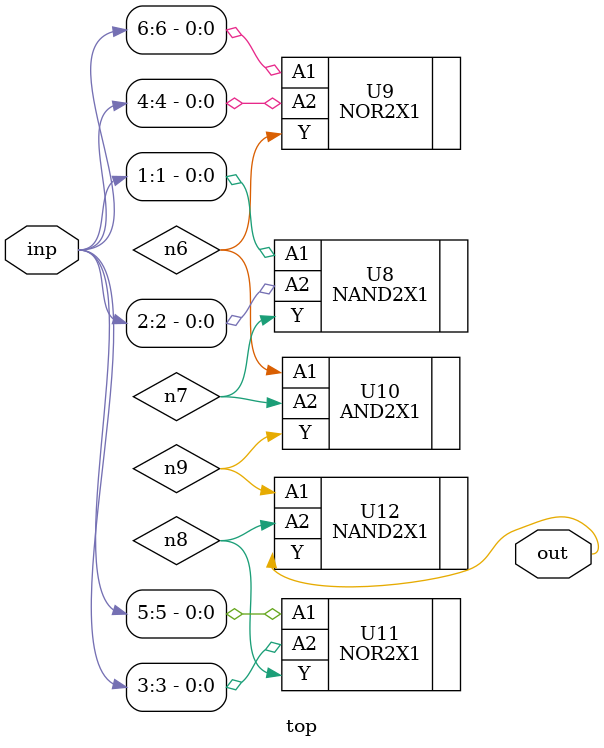
<source format=sv>


module top ( inp, out );
  input [6:0] inp;
  output out;
  wire   n6, n7, n8, n9;

  NAND2X1 U8 ( .A1(inp[1]), .A2(inp[2]), .Y(n7) );
  NOR2X1 U9 ( .A1(inp[6]), .A2(inp[4]), .Y(n6) );
  AND2X1 U10 ( .A1(n6), .A2(n7), .Y(n9) );
  NOR2X1 U11 ( .A1(inp[5]), .A2(inp[3]), .Y(n8) );
  NAND2X1 U12 ( .A1(n9), .A2(n8), .Y(out) );
endmodule


</source>
